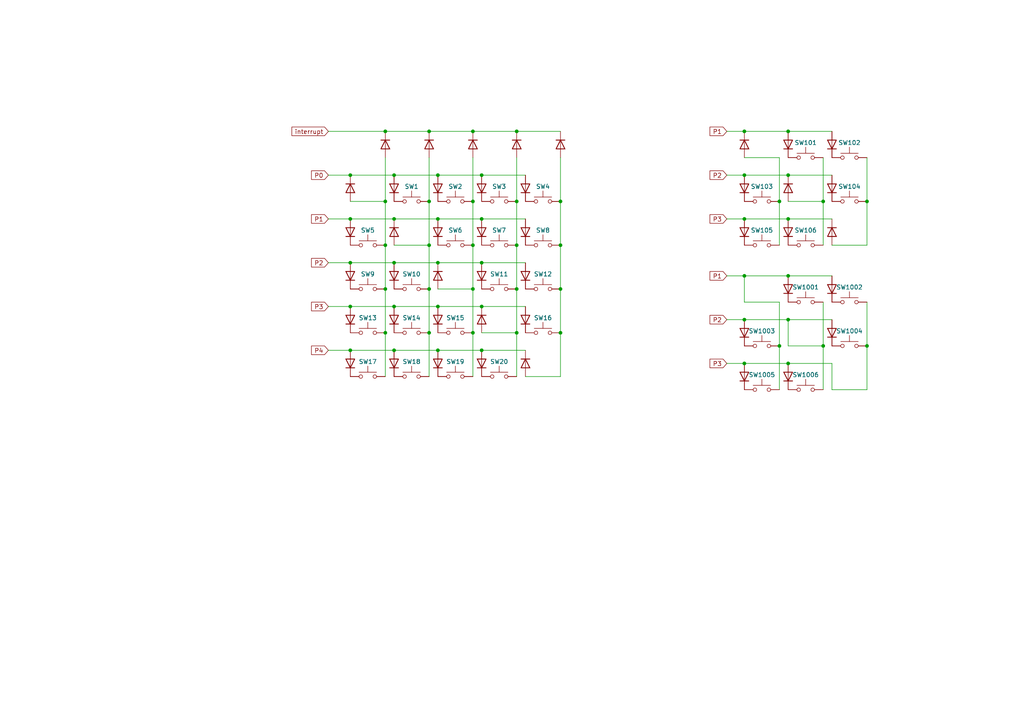
<source format=kicad_sch>
(kicad_sch (version 20250114) (generator "eeschema") (generator_version "9.0")
  (paper "A4")
  (lib_symbols
    (symbol "Device:D" (pin_numbers (hide yes)) (pin_names (offset 1.016) (hide yes))
      (property "Reference" "D" (at 0 2.54 0))
      (property "Value" "D" (at 0 -2.54 0))
      (symbol "D_0_1"
        (polyline (pts (xy -1.27 1.27) (xy -1.27 -1.27)) (stroke (width 0.254)))
        (polyline (pts (xy 1.27 1.27) (xy 1.27 -1.27) (xy -1.27 0) (xy 1.27 1.27)) (stroke (width 0.254)))
        (polyline (pts (xy 1.27 0) (xy -1.27 0)))
      )
      (symbol "D_1_1"
        (pin passive line (at -3.81 0 0) (length 2.54) (name "K") (number "1"))
        (pin passive line (at 3.81 0 180) (length 2.54) (name "A") (number "2"))
      )
    )
    (symbol "Switch:SW_Push" (pin_numbers (hide yes)) (pin_names (offset 1.016) (hide yes))
      (property "Reference" "SW" (at 1.27 2.54 0))
      (property "Value" "SW_Push" (at 0 -1.524 0))
      (symbol "SW_Push_0_1"
        (circle (center -2.032 0) (radius 0.508))
        (polyline (pts (xy 0 1.27) (xy 0 3.048)))
        (circle (center 2.032 0) (radius 0.508))
        (polyline (pts (xy 2.54 1.27) (xy -2.54 1.27)))
        (pin passive line (at -5.08 0 0) (length 2.54) (name "1") (number "1"))
        (pin passive line (at 5.08 0 180) (length 2.54) (name "2") (number "2"))
      )
    )
  )
  (junction (at 149.86 38.1))
  (junction (at 139.7 63.5))
  (junction (at 238.76 58.42))
  (junction (at 215.9 105.41))
  (junction (at 228.6 92.71))
  (junction (at 124.46 71.12))
  (junction (at 137.16 71.12))
  (junction (at 124.46 38.1))
  (junction (at 251.46 100.33))
  (junction (at 228.6 63.5))
  (junction (at 215.9 50.8))
  (junction (at 162.56 58.42))
  (junction (at 149.86 83.82))
  (junction (at 114.3 63.5))
  (junction (at 124.46 83.82))
  (junction (at 137.16 83.82))
  (junction (at 139.7 76.2))
  (junction (at 238.76 100.33))
  (junction (at 149.86 71.12))
  (junction (at 111.76 71.12))
  (junction (at 127 63.5))
  (junction (at 139.7 50.8))
  (junction (at 101.6 63.5))
  (junction (at 111.76 83.82))
  (junction (at 101.6 101.6))
  (junction (at 228.6 50.8))
  (junction (at 114.3 76.2))
  (junction (at 124.46 58.42))
  (junction (at 162.56 71.12))
  (junction (at 101.6 50.8))
  (junction (at 139.7 101.6))
  (junction (at 215.9 38.1))
  (junction (at 111.76 96.52))
  (junction (at 111.76 58.42))
  (junction (at 251.46 58.42))
  (junction (at 215.9 80.01))
  (junction (at 137.16 58.42))
  (junction (at 226.06 58.42))
  (junction (at 226.06 100.33))
  (junction (at 101.6 88.9))
  (junction (at 127 50.8))
  (junction (at 114.3 101.6))
  (junction (at 139.7 88.9))
  (junction (at 137.16 96.52))
  (junction (at 127 101.6))
  (junction (at 124.46 96.52))
  (junction (at 127 88.9))
  (junction (at 137.16 38.1))
  (junction (at 215.9 92.71))
  (junction (at 215.9 63.5))
  (junction (at 162.56 83.82))
  (junction (at 114.3 88.9))
  (junction (at 101.6 76.2))
  (junction (at 127 76.2))
  (junction (at 228.6 80.01))
  (junction (at 149.86 96.52))
  (junction (at 111.76 38.1))
  (junction (at 162.56 96.52))
  (junction (at 228.6 38.1))
  (junction (at 114.3 50.8))
  (junction (at 228.6 105.41))
  (junction (at 149.86 58.42))
  (wire (pts (xy 238.76 100.33) (xy 238.76 113.03)))
  (wire (pts (xy 114.3 76.2) (xy 127 76.2)))
  (wire (pts (xy 114.3 71.12) (xy 124.46 71.12)))
  (wire (pts (xy 210.82 50.8) (xy 215.9 50.8)))
  (wire (pts (xy 228.6 105.41) (xy 241.3 105.41)))
  (wire (pts (xy 251.46 45.72) (xy 251.46 58.42)))
  (wire (pts (xy 139.7 96.52) (xy 149.86 96.52)))
  (wire (pts (xy 215.9 80.01) (xy 215.9 87.63)))
  (wire (pts (xy 101.6 63.5) (xy 114.3 63.5)))
  (wire (pts (xy 95.25 88.9) (xy 101.6 88.9)))
  (wire (pts (xy 238.76 100.33) (xy 238.76 87.63)))
  (wire (pts (xy 228.6 80.01) (xy 241.3 80.01)))
  (wire (pts (xy 101.6 76.2) (xy 114.3 76.2)))
  (wire (pts (xy 139.7 63.5) (xy 152.4 63.5)))
  (wire (pts (xy 137.16 45.72) (xy 137.16 58.42)))
  (wire (pts (xy 226.06 113.03) (xy 226.06 100.33)))
  (wire (pts (xy 127 101.6) (xy 139.7 101.6)))
  (wire (pts (xy 137.16 71.12) (xy 137.16 58.42)))
  (wire (pts (xy 251.46 100.33) (xy 251.46 113.03)))
  (wire (pts (xy 162.56 109.22) (xy 162.56 96.52)))
  (wire (pts (xy 149.86 45.72) (xy 149.86 58.42)))
  (wire (pts (xy 226.06 58.42) (xy 226.06 71.12)))
  (wire (pts (xy 215.9 105.41) (xy 228.6 105.41)))
  (wire (pts (xy 210.82 92.71) (xy 215.9 92.71)))
  (wire (pts (xy 127 88.9) (xy 139.7 88.9)))
  (wire (pts (xy 111.76 58.42) (xy 111.76 71.12)))
  (wire (pts (xy 127 63.5) (xy 139.7 63.5)))
  (wire (pts (xy 95.25 63.5) (xy 101.6 63.5)))
  (wire (pts (xy 228.6 92.71) (xy 228.6 100.33)))
  (wire (pts (xy 149.86 71.12) (xy 149.86 58.42)))
  (wire (pts (xy 101.6 88.9) (xy 114.3 88.9)))
  (wire (pts (xy 127 50.8) (xy 139.7 50.8)))
  (wire (pts (xy 95.25 50.8) (xy 101.6 50.8)))
  (wire (pts (xy 228.6 63.5) (xy 241.3 63.5)))
  (wire (pts (xy 215.9 50.8) (xy 228.6 50.8)))
  (wire (pts (xy 149.86 38.1) (xy 162.56 38.1)))
  (wire (pts (xy 162.56 83.82) (xy 162.56 71.12)))
  (wire (pts (xy 226.06 100.33) (xy 226.06 87.63)))
  (wire (pts (xy 215.9 92.71) (xy 228.6 92.71)))
  (wire (pts (xy 228.6 58.42) (xy 238.76 58.42)))
  (wire (pts (xy 162.56 96.52) (xy 162.56 83.82)))
  (wire (pts (xy 137.16 38.1) (xy 149.86 38.1)))
  (wire (pts (xy 139.7 101.6) (xy 152.4 101.6)))
  (wire (pts (xy 149.86 83.82) (xy 149.86 96.52)))
  (wire (pts (xy 111.76 71.12) (xy 111.76 83.82)))
  (wire (pts (xy 95.25 101.6) (xy 101.6 101.6)))
  (wire (pts (xy 210.82 63.5) (xy 215.9 63.5)))
  (wire (pts (xy 111.76 38.1) (xy 124.46 38.1)))
  (wire (pts (xy 228.6 50.8) (xy 241.3 50.8)))
  (wire (pts (xy 124.46 109.22) (xy 124.46 96.52)))
  (wire (pts (xy 137.16 109.22) (xy 137.16 96.52)))
  (wire (pts (xy 101.6 58.42) (xy 111.76 58.42)))
  (wire (pts (xy 139.7 76.2) (xy 152.4 76.2)))
  (wire (pts (xy 238.76 58.42) (xy 238.76 71.12)))
  (wire (pts (xy 228.6 38.1) (xy 241.3 38.1)))
  (wire (pts (xy 124.46 96.52) (xy 124.46 83.82)))
  (wire (pts (xy 210.82 105.41) (xy 215.9 105.41)))
  (wire (pts (xy 95.25 76.2) (xy 101.6 76.2)))
  (wire (pts (xy 241.3 113.03) (xy 251.46 113.03)))
  (wire (pts (xy 114.3 88.9) (xy 127 88.9)))
  (wire (pts (xy 251.46 58.42) (xy 251.46 71.12)))
  (wire (pts (xy 95.25 38.1) (xy 111.76 38.1)))
  (wire (pts (xy 137.16 71.12) (xy 137.16 83.82)))
  (wire (pts (xy 114.3 50.8) (xy 127 50.8)))
  (wire (pts (xy 215.9 38.1) (xy 228.6 38.1)))
  (wire (pts (xy 127 83.82) (xy 137.16 83.82)))
  (wire (pts (xy 124.46 58.42) (xy 124.46 71.12)))
  (wire (pts (xy 215.9 45.72) (xy 226.06 45.72)))
  (wire (pts (xy 127 76.2) (xy 139.7 76.2)))
  (wire (pts (xy 215.9 80.01) (xy 228.6 80.01)))
  (wire (pts (xy 124.46 38.1) (xy 137.16 38.1)))
  (wire (pts (xy 228.6 100.33) (xy 238.76 100.33)))
  (wire (pts (xy 228.6 92.71) (xy 241.3 92.71)))
  (wire (pts (xy 162.56 58.42) (xy 162.56 45.72)))
  (wire (pts (xy 111.76 83.82) (xy 111.76 96.52)))
  (wire (pts (xy 226.06 87.63) (xy 215.9 87.63)))
  (wire (pts (xy 137.16 83.82) (xy 137.16 96.52)))
  (wire (pts (xy 111.76 45.72) (xy 111.76 58.42)))
  (wire (pts (xy 114.3 63.5) (xy 127 63.5)))
  (wire (pts (xy 101.6 50.8) (xy 114.3 50.8)))
  (wire (pts (xy 152.4 109.22) (xy 162.56 109.22)))
  (wire (pts (xy 139.7 88.9) (xy 152.4 88.9)))
  (wire (pts (xy 101.6 101.6) (xy 114.3 101.6)))
  (wire (pts (xy 215.9 63.5) (xy 228.6 63.5)))
  (wire (pts (xy 241.3 105.41) (xy 241.3 113.03)))
  (wire (pts (xy 139.7 50.8) (xy 152.4 50.8)))
  (wire (pts (xy 241.3 71.12) (xy 251.46 71.12)))
  (wire (pts (xy 149.86 83.82) (xy 149.86 71.12)))
  (wire (pts (xy 162.56 71.12) (xy 162.56 58.42)))
  (wire (pts (xy 124.46 71.12) (xy 124.46 83.82)))
  (wire (pts (xy 149.86 96.52) (xy 149.86 109.22)))
  (wire (pts (xy 124.46 45.72) (xy 124.46 58.42)))
  (wire (pts (xy 111.76 96.52) (xy 111.76 109.22)))
  (wire (pts (xy 238.76 45.72) (xy 238.76 58.42)))
  (wire (pts (xy 226.06 45.72) (xy 226.06 58.42)))
  (wire (pts (xy 210.82 80.01) (xy 215.9 80.01)))
  (wire (pts (xy 251.46 100.33) (xy 251.46 87.63)))
  (wire (pts (xy 210.82 38.1) (xy 215.9 38.1)))
  (wire (pts (xy 114.3 101.6) (xy 127 101.6)))
  (global_label "P3" (shape input) (at 95.25 88.9 180) (property "Intersheetrefs" "${INTERSHEET_REFS}" (effects (hide yes))))
  (global_label "interrupt" (shape input) (at 95.25 38.1 180) (property "Intersheetrefs" "${INTERSHEET_REFS}" (effects (hide yes))))
  (global_label "P3" (shape input) (at 210.82 63.5 180) (property "Intersheetrefs" "${INTERSHEET_REFS}" (effects (hide yes))))
  (global_label "P4" (shape input) (at 95.25 101.6 180) (property "Intersheetrefs" "${INTERSHEET_REFS}" (effects (hide yes))))
  (global_label "P1" (shape input) (at 95.25 63.5 180) (property "Intersheetrefs" "${INTERSHEET_REFS}" (effects (hide yes))))
  (global_label "P0" (shape input) (at 95.25 50.8 180) (property "Intersheetrefs" "${INTERSHEET_REFS}" (effects (hide yes))))
  (global_label "P1" (shape input) (at 210.82 38.1 180) (property "Intersheetrefs" "${INTERSHEET_REFS}" (effects (hide yes))))
  (global_label "P2" (shape input) (at 210.82 50.8 180) (property "Intersheetrefs" "${INTERSHEET_REFS}" (effects (hide yes))))
  (global_label "P1" (shape input) (at 210.82 80.01 180) (property "Intersheetrefs" "${INTERSHEET_REFS}" (effects (hide yes))))
  (global_label "P2" (shape input) (at 95.25 76.2 180) (property "Intersheetrefs" "${INTERSHEET_REFS}" (effects (hide yes))))
  (global_label "P2" (shape input) (at 210.82 92.71 180) (property "Intersheetrefs" "${INTERSHEET_REFS}" (effects (hide yes))))
  (global_label "P3" (shape input) (at 210.82 105.41 180) (property "Intersheetrefs" "${INTERSHEET_REFS}" (effects (hide yes))))
  (symbol (lib_id "Switch:SW_Push") (at 157.48 83.82 0) (unit 1)
    (property "Reference" "SW12" (at 157.48 79.502 0))
    (property "Value" "CherryMX" (effects (hide yes)))
    (property "Description" "Push button switch, generic, two pins" (effects (hide yes)))
  )
  (symbol (lib_id "Switch:SW_Push") (at 246.38 58.42 0) (unit 1)
    (property "Reference" "SW104" (at 246.38 54.102 0))
    (property "Value" "CherryMX" (effects (hide yes)))
    (property "Description" "Push button switch, generic, two pins" (effects (hide yes)))
  )
  (symbol (lib_id "Switch:SW_Push") (at 233.68 45.72 0) (unit 1)
    (property "Reference" "SW101" (at 233.68 41.402 0))
    (property "Value" "CherryMX" (effects (hide yes)))
    (property "Description" "Push button switch, generic, two pins" (effects (hide yes)))
  )
  (symbol (lib_id "Switch:SW_Push") (at 246.38 45.72 0) (unit 1)
    (property "Reference" "SW102" (at 246.38 41.402 0))
    (property "Value" "CherryMX" (effects (hide yes)))
    (property "Description" "Push button switch, generic, two pins" (effects (hide yes)))
  )
  (symbol (lib_id "Device:D") (at 139.7 54.61 90) (unit 1)
    (property "Reference" "D9" (effects (hide yes)))
    (property "Value" "D" (effects (hide yes)))
    (property "Description" "Diode" (effects (hide yes)))
    (property "Sim.Device" "D" (effects (hide yes)))
    (property "Sim.Pins" "1=K 2=A" (effects (hide yes)))
  )
  (symbol (lib_id "Device:D") (at 101.6 54.61 270) (unit 1)
    (property "Reference" "D6" (effects (hide yes)))
    (property "Value" "D" (effects (hide yes)))
    (property "Description" "Diode" (effects (hide yes)))
    (property "Sim.Device" "D" (effects (hide yes)))
    (property "Sim.Pins" "1=K 2=A" (effects (hide yes)))
  )
  (symbol (lib_id "Device:D") (at 241.3 67.31 270) (unit 1)
    (property "Reference" "D109" (effects (hide yes)))
    (property "Value" "D" (effects (hide yes)))
    (property "Description" "Diode" (effects (hide yes)))
    (property "Sim.Device" "D" (effects (hide yes)))
    (property "Sim.Pins" "1=K 2=A" (effects (hide yes)))
  )
  (symbol (lib_id "Switch:SW_Push") (at 119.38 58.42 0) (unit 1)
    (property "Reference" "SW1" (at 119.38 54.102 0))
    (property "Value" "CherryMX" (effects (hide yes)))
    (property "Description" "Push button switch, generic, two pins" (effects (hide yes)))
  )
  (symbol (lib_id "Switch:SW_Push") (at 144.78 83.82 0) (unit 1)
    (property "Reference" "SW11" (at 144.78 79.502 0))
    (property "Value" "CherryMX" (effects (hide yes)))
    (property "Description" "Push button switch, generic, two pins" (effects (hide yes)))
  )
  (symbol (lib_id "Device:D") (at 111.76 41.91 270) (unit 1)
    (property "Reference" "D1" (effects (hide yes)))
    (property "Value" "D" (effects (hide yes)))
    (property "Description" "Diode" (effects (hide yes)))
    (property "Sim.Device" "D" (effects (hide yes)))
    (property "Sim.Pins" "1=K 2=A" (effects (hide yes)))
  )
  (symbol (lib_id "Switch:SW_Push") (at 144.78 58.42 0) (unit 1)
    (property "Reference" "SW3" (at 144.78 54.102 0))
    (property "Value" "CherryMX" (effects (hide yes)))
    (property "Description" "Push button switch, generic, two pins" (effects (hide yes)))
  )
  (symbol (lib_id "Switch:SW_Push") (at 246.38 87.63 0) (unit 1)
    (property "Reference" "SW1002" (at 246.38 83.312 0))
    (property "Value" "CherryMX" (effects (hide yes)))
    (property "Description" "Push button switch, generic, two pins" (effects (hide yes)))
  )
  (symbol (lib_id "Device:D") (at 114.3 105.41 90) (unit 1)
    (property "Reference" "D27" (effects (hide yes)))
    (property "Value" "D" (effects (hide yes)))
    (property "Description" "Diode" (effects (hide yes)))
    (property "Sim.Device" "D" (effects (hide yes)))
    (property "Sim.Pins" "1=K 2=A" (effects (hide yes)))
  )
  (symbol (lib_id "Device:D") (at 127 105.41 90) (unit 1)
    (property "Reference" "D28" (effects (hide yes)))
    (property "Value" "D" (effects (hide yes)))
    (property "Description" "Diode" (effects (hide yes)))
    (property "Sim.Device" "D" (effects (hide yes)))
    (property "Sim.Pins" "1=K 2=A" (effects (hide yes)))
  )
  (symbol (lib_id "Device:D") (at 149.86 41.91 270) (unit 1)
    (property "Reference" "D4" (effects (hide yes)))
    (property "Value" "D" (effects (hide yes)))
    (property "Description" "Diode" (effects (hide yes)))
    (property "Sim.Device" "D" (effects (hide yes)))
    (property "Sim.Pins" "1=K 2=A" (effects (hide yes)))
  )
  (symbol (lib_id "Switch:SW_Push") (at 132.08 58.42 0) (unit 1)
    (property "Reference" "SW2" (at 132.08 54.102 0))
    (property "Value" "CherryMX" (effects (hide yes)))
    (property "Description" "Push button switch, generic, two pins" (effects (hide yes)))
  )
  (symbol (lib_id "Device:D") (at 152.4 54.61 90) (unit 1)
    (property "Reference" "D10" (effects (hide yes)))
    (property "Value" "D" (effects (hide yes)))
    (property "Description" "Diode" (effects (hide yes)))
    (property "Sim.Device" "D" (effects (hide yes)))
    (property "Sim.Pins" "1=K 2=A" (effects (hide yes)))
  )
  (symbol (lib_id "Device:D") (at 137.16 41.91 270) (unit 1)
    (property "Reference" "D3" (effects (hide yes)))
    (property "Value" "D" (effects (hide yes)))
    (property "Description" "Diode" (effects (hide yes)))
    (property "Sim.Device" "D" (effects (hide yes)))
    (property "Sim.Pins" "1=K 2=A" (effects (hide yes)))
  )
  (symbol (lib_id "Switch:SW_Push") (at 106.68 96.52 0) (unit 1)
    (property "Reference" "SW13" (at 106.68 92.202 0))
    (property "Value" "CherryMX" (effects (hide yes)))
    (property "Description" "Push button switch, generic, two pins" (effects (hide yes)))
  )
  (symbol (lib_id "Switch:SW_Push") (at 220.98 58.42 0) (unit 1)
    (property "Reference" "SW103" (at 220.98 54.102 0))
    (property "Value" "CherryMX" (effects (hide yes)))
    (property "Description" "Push button switch, generic, two pins" (effects (hide yes)))
  )
  (symbol (lib_id "Device:D") (at 152.4 80.01 90) (unit 1)
    (property "Reference" "D20" (effects (hide yes)))
    (property "Value" "D" (effects (hide yes)))
    (property "Description" "Diode" (effects (hide yes)))
    (property "Sim.Device" "D" (effects (hide yes)))
    (property "Sim.Pins" "1=K 2=A" (effects (hide yes)))
  )
  (symbol (lib_id "Switch:SW_Push") (at 233.68 71.12 0) (unit 1)
    (property "Reference" "SW106" (at 233.68 66.802 0))
    (property "Value" "CherryMX" (effects (hide yes)))
    (property "Description" "Push button switch, generic, two pins" (effects (hide yes)))
  )
  (symbol (lib_id "Switch:SW_Push") (at 220.98 113.03 0) (unit 1)
    (property "Reference" "SW1005" (at 220.98 108.712 0))
    (property "Value" "CherryMX" (effects (hide yes)))
    (property "Description" "Push button switch, generic, two pins" (effects (hide yes)))
  )
  (symbol (lib_id "Device:D") (at 228.6 41.91 90) (unit 1)
    (property "Reference" "D102" (effects (hide yes)))
    (property "Value" "D" (effects (hide yes)))
    (property "Description" "Diode" (effects (hide yes)))
    (property "Sim.Device" "D" (effects (hide yes)))
    (property "Sim.Pins" "1=K 2=A" (effects (hide yes)))
  )
  (symbol (lib_id "Switch:SW_Push") (at 233.68 87.63 0) (unit 1)
    (property "Reference" "SW1001" (at 233.68 83.312 0))
    (property "Value" "CherryMX" (effects (hide yes)))
    (property "Description" "Push button switch, generic, two pins" (effects (hide yes)))
  )
  (symbol (lib_id "Device:D") (at 114.3 92.71 90) (unit 1)
    (property "Reference" "D22" (effects (hide yes)))
    (property "Value" "D" (effects (hide yes)))
    (property "Description" "Diode" (effects (hide yes)))
    (property "Sim.Device" "D" (effects (hide yes)))
    (property "Sim.Pins" "1=K 2=A" (effects (hide yes)))
  )
  (symbol (lib_id "Switch:SW_Push") (at 157.48 71.12 0) (unit 1)
    (property "Reference" "SW8" (at 157.48 66.802 0))
    (property "Value" "CherryMX" (effects (hide yes)))
    (property "Description" "Push button switch, generic, two pins" (effects (hide yes)))
  )
  (symbol (lib_id "Device:D") (at 241.3 54.61 90) (unit 1)
    (property "Reference" "D106" (effects (hide yes)))
    (property "Value" "D" (effects (hide yes)))
    (property "Description" "Diode" (effects (hide yes)))
    (property "Sim.Device" "D" (effects (hide yes)))
    (property "Sim.Pins" "1=K 2=A" (effects (hide yes)))
  )
  (symbol (lib_id "Device:D") (at 101.6 67.31 90) (unit 1)
    (property "Reference" "D11" (effects (hide yes)))
    (property "Value" "D" (effects (hide yes)))
    (property "Description" "Diode" (effects (hide yes)))
    (property "Sim.Device" "D" (effects (hide yes)))
    (property "Sim.Pins" "1=K 2=A" (effects (hide yes)))
  )
  (symbol (lib_id "Device:D") (at 162.56 41.91 270) (unit 1)
    (property "Reference" "D5" (effects (hide yes)))
    (property "Value" "D" (effects (hide yes)))
    (property "Description" "Diode" (effects (hide yes)))
    (property "Sim.Device" "D" (effects (hide yes)))
    (property "Sim.Pins" "1=K 2=A" (effects (hide yes)))
  )
  (symbol (lib_id "Switch:SW_Push") (at 157.48 58.42 0) (unit 1)
    (property "Reference" "SW4" (at 157.48 54.102 0))
    (property "Value" "CherryMX" (effects (hide yes)))
    (property "Description" "Push button switch, generic, two pins" (effects (hide yes)))
  )
  (symbol (lib_id "Device:D") (at 152.4 67.31 90) (unit 1)
    (property "Reference" "D15" (effects (hide yes)))
    (property "Value" "D" (effects (hide yes)))
    (property "Description" "Diode" (effects (hide yes)))
    (property "Sim.Device" "D" (effects (hide yes)))
    (property "Sim.Pins" "1=K 2=A" (effects (hide yes)))
  )
  (symbol (lib_id "Device:D") (at 139.7 92.71 270) (unit 1)
    (property "Reference" "D24" (effects (hide yes)))
    (property "Value" "D" (effects (hide yes)))
    (property "Description" "Diode" (effects (hide yes)))
    (property "Sim.Device" "D" (effects (hide yes)))
    (property "Sim.Pins" "1=K 2=A" (effects (hide yes)))
  )
  (symbol (lib_id "Switch:SW_Push") (at 220.98 71.12 0) (unit 1)
    (property "Reference" "SW105" (at 220.98 66.802 0))
    (property "Value" "CherryMX" (effects (hide yes)))
    (property "Description" "Push button switch, generic, two pins" (effects (hide yes)))
  )
  (symbol (lib_id "Device:D") (at 127 67.31 90) (unit 1)
    (property "Reference" "D13" (effects (hide yes)))
    (property "Value" "D" (effects (hide yes)))
    (property "Description" "Diode" (effects (hide yes)))
    (property "Sim.Device" "D" (effects (hide yes)))
    (property "Sim.Pins" "1=K 2=A" (effects (hide yes)))
  )
  (symbol (lib_id "Device:D") (at 241.3 41.91 90) (unit 1)
    (property "Reference" "D103" (effects (hide yes)))
    (property "Value" "D" (effects (hide yes)))
    (property "Description" "Diode" (effects (hide yes)))
    (property "Sim.Device" "D" (effects (hide yes)))
    (property "Sim.Pins" "1=K 2=A" (effects (hide yes)))
  )
  (symbol (lib_id "Device:D") (at 139.7 80.01 90) (unit 1)
    (property "Reference" "D19" (effects (hide yes)))
    (property "Value" "D" (effects (hide yes)))
    (property "Description" "Diode" (effects (hide yes)))
    (property "Sim.Device" "D" (effects (hide yes)))
    (property "Sim.Pins" "1=K 2=A" (effects (hide yes)))
  )
  (symbol (lib_id "Device:D") (at 228.6 67.31 90) (unit 1)
    (property "Reference" "D108" (effects (hide yes)))
    (property "Value" "D" (effects (hide yes)))
    (property "Description" "Diode" (effects (hide yes)))
    (property "Sim.Device" "D" (effects (hide yes)))
    (property "Sim.Pins" "1=K 2=A" (effects (hide yes)))
  )
  (symbol (lib_id "Device:D") (at 228.6 54.61 270) (unit 1)
    (property "Reference" "D105" (effects (hide yes)))
    (property "Value" "D" (effects (hide yes)))
    (property "Description" "Diode" (effects (hide yes)))
    (property "Sim.Device" "D" (effects (hide yes)))
    (property "Sim.Pins" "1=K 2=A" (effects (hide yes)))
  )
  (symbol (lib_id "Switch:SW_Push") (at 157.48 96.52 0) (unit 1)
    (property "Reference" "SW16" (at 157.48 92.202 0))
    (property "Value" "CherryMX" (effects (hide yes)))
    (property "Description" "Push button switch, generic, two pins" (effects (hide yes)))
  )
  (symbol (lib_id "Device:D") (at 101.6 105.41 90) (unit 1)
    (property "Reference" "D26" (effects (hide yes)))
    (property "Value" "D" (effects (hide yes)))
    (property "Description" "Diode" (effects (hide yes)))
    (property "Sim.Device" "D" (effects (hide yes)))
    (property "Sim.Pins" "1=K 2=A" (effects (hide yes)))
  )
  (symbol (lib_id "Device:D") (at 114.3 54.61 90) (unit 1)
    (property "Reference" "D7" (effects (hide yes)))
    (property "Value" "D" (effects (hide yes)))
    (property "Description" "Diode" (effects (hide yes)))
    (property "Sim.Device" "D" (effects (hide yes)))
    (property "Sim.Pins" "1=K 2=A" (effects (hide yes)))
  )
  (symbol (lib_id "Switch:SW_Push") (at 132.08 109.22 0) (unit 1)
    (property "Reference" "SW19" (at 132.08 104.902 0))
    (property "Value" "CherryMX" (effects (hide yes)))
    (property "Description" "Push button switch, generic, two pins" (effects (hide yes)))
  )
  (symbol (lib_id "Device:D") (at 215.9 109.22 90) (unit 1)
    (property "Reference" "D1005" (effects (hide yes)))
    (property "Value" "D" (effects (hide yes)))
    (property "Description" "Diode" (effects (hide yes)))
    (property "Sim.Device" "D" (effects (hide yes)))
    (property "Sim.Pins" "1=K 2=A" (effects (hide yes)))
  )
  (symbol (lib_id "Device:D") (at 215.9 96.52 90) (unit 1)
    (property "Reference" "D1003" (effects (hide yes)))
    (property "Value" "D" (effects (hide yes)))
    (property "Description" "Diode" (effects (hide yes)))
    (property "Sim.Device" "D" (effects (hide yes)))
    (property "Sim.Pins" "1=K 2=A" (effects (hide yes)))
  )
  (symbol (lib_id "Device:D") (at 101.6 92.71 90) (unit 1)
    (property "Reference" "D21" (effects (hide yes)))
    (property "Value" "D" (effects (hide yes)))
    (property "Description" "Diode" (effects (hide yes)))
    (property "Sim.Device" "D" (effects (hide yes)))
    (property "Sim.Pins" "1=K 2=A" (effects (hide yes)))
  )
  (symbol (lib_id "Device:D") (at 228.6 109.22 90) (unit 1)
    (property "Reference" "D1006" (effects (hide yes)))
    (property "Value" "D" (effects (hide yes)))
    (property "Description" "Diode" (effects (hide yes)))
    (property "Sim.Device" "D" (effects (hide yes)))
    (property "Sim.Pins" "1=K 2=A" (effects (hide yes)))
  )
  (symbol (lib_id "Device:D") (at 152.4 92.71 90) (unit 1)
    (property "Reference" "D25" (effects (hide yes)))
    (property "Value" "D" (effects (hide yes)))
    (property "Description" "Diode" (effects (hide yes)))
    (property "Sim.Device" "D" (effects (hide yes)))
    (property "Sim.Pins" "1=K 2=A" (effects (hide yes)))
  )
  (symbol (lib_id "Switch:SW_Push") (at 106.68 71.12 0) (unit 1)
    (property "Reference" "SW5" (at 106.68 66.802 0))
    (property "Value" "CherryMX" (effects (hide yes)))
    (property "Description" "Push button switch, generic, two pins" (effects (hide yes)))
  )
  (symbol (lib_id "Switch:SW_Push") (at 220.98 100.33 0) (unit 1)
    (property "Reference" "SW1003" (at 220.98 96.012 0))
    (property "Value" "CherryMX" (effects (hide yes)))
    (property "Description" "Push button switch, generic, two pins" (effects (hide yes)))
  )
  (symbol (lib_id "Switch:SW_Push") (at 119.38 96.52 0) (unit 1)
    (property "Reference" "SW14" (at 119.38 92.202 0))
    (property "Value" "CherryMX" (effects (hide yes)))
    (property "Description" "Push button switch, generic, two pins" (effects (hide yes)))
  )
  (symbol (lib_id "Device:D") (at 114.3 80.01 90) (unit 1)
    (property "Reference" "D17" (effects (hide yes)))
    (property "Value" "D" (effects (hide yes)))
    (property "Description" "Diode" (effects (hide yes)))
    (property "Sim.Device" "D" (effects (hide yes)))
    (property "Sim.Pins" "1=K 2=A" (effects (hide yes)))
  )
  (symbol (lib_id "Switch:SW_Push") (at 132.08 96.52 0) (unit 1)
    (property "Reference" "SW15" (at 132.08 92.202 0))
    (property "Value" "CherryMX" (effects (hide yes)))
    (property "Description" "Push button switch, generic, two pins" (effects (hide yes)))
  )
  (symbol (lib_id "Device:D") (at 241.3 83.82 90) (unit 1)
    (property "Reference" "D1002" (effects (hide yes)))
    (property "Value" "D" (effects (hide yes)))
    (property "Description" "Diode" (effects (hide yes)))
    (property "Sim.Device" "D" (effects (hide yes)))
    (property "Sim.Pins" "1=K 2=A" (effects (hide yes)))
  )
  (symbol (lib_id "Device:D") (at 215.9 41.91 270) (unit 1)
    (property "Reference" "D101" (effects (hide yes)))
    (property "Value" "D" (effects (hide yes)))
    (property "Description" "Diode" (effects (hide yes)))
    (property "Sim.Device" "D" (effects (hide yes)))
    (property "Sim.Pins" "1=K 2=A" (effects (hide yes)))
  )
  (symbol (lib_id "Switch:SW_Push") (at 144.78 71.12 0) (unit 1)
    (property "Reference" "SW7" (at 144.78 66.802 0))
    (property "Value" "CherryMX" (effects (hide yes)))
    (property "Description" "Push button switch, generic, two pins" (effects (hide yes)))
  )
  (symbol (lib_id "Device:D") (at 127 80.01 270) (unit 1)
    (property "Reference" "D18" (effects (hide yes)))
    (property "Value" "D" (effects (hide yes)))
    (property "Description" "Diode" (effects (hide yes)))
    (property "Sim.Device" "D" (effects (hide yes)))
    (property "Sim.Pins" "1=K 2=A" (effects (hide yes)))
  )
  (symbol (lib_id "Switch:SW_Push") (at 119.38 83.82 0) (unit 1)
    (property "Reference" "SW10" (at 119.38 79.502 0))
    (property "Value" "CherryMX" (effects (hide yes)))
    (property "Description" "Push button switch, generic, two pins" (effects (hide yes)))
  )
  (symbol (lib_id "Device:D") (at 215.9 54.61 90) (unit 1)
    (property "Reference" "D104" (effects (hide yes)))
    (property "Value" "D" (effects (hide yes)))
    (property "Description" "Diode" (effects (hide yes)))
    (property "Sim.Device" "D" (effects (hide yes)))
    (property "Sim.Pins" "1=K 2=A" (effects (hide yes)))
  )
  (symbol (lib_id "Device:D") (at 241.3 96.52 90) (unit 1)
    (property "Reference" "D1004" (effects (hide yes)))
    (property "Value" "D" (effects (hide yes)))
    (property "Description" "Diode" (effects (hide yes)))
    (property "Sim.Device" "D" (effects (hide yes)))
    (property "Sim.Pins" "1=K 2=A" (effects (hide yes)))
  )
  (symbol (lib_id "Device:D") (at 124.46 41.91 270) (unit 1)
    (property "Reference" "D2" (effects (hide yes)))
    (property "Value" "D" (effects (hide yes)))
    (property "Description" "Diode" (effects (hide yes)))
    (property "Sim.Device" "D" (effects (hide yes)))
    (property "Sim.Pins" "1=K 2=A" (effects (hide yes)))
  )
  (symbol (lib_id "Device:D") (at 139.7 67.31 90) (unit 1)
    (property "Reference" "D14" (effects (hide yes)))
    (property "Value" "D" (effects (hide yes)))
    (property "Description" "Diode" (effects (hide yes)))
    (property "Sim.Device" "D" (effects (hide yes)))
    (property "Sim.Pins" "1=K 2=A" (effects (hide yes)))
  )
  (symbol (lib_id "Device:D") (at 228.6 83.82 90) (unit 1)
    (property "Reference" "D1001" (effects (hide yes)))
    (property "Value" "D" (effects (hide yes)))
    (property "Description" "Diode" (effects (hide yes)))
    (property "Sim.Device" "D" (effects (hide yes)))
    (property "Sim.Pins" "1=K 2=A" (effects (hide yes)))
  )
  (symbol (lib_id "Device:D") (at 139.7 105.41 90) (unit 1)
    (property "Reference" "D29" (effects (hide yes)))
    (property "Value" "D" (effects (hide yes)))
    (property "Description" "Diode" (effects (hide yes)))
    (property "Sim.Device" "D" (effects (hide yes)))
    (property "Sim.Pins" "1=K 2=A" (effects (hide yes)))
  )
  (symbol (lib_id "Device:D") (at 101.6 80.01 90) (unit 1)
    (property "Reference" "D16" (effects (hide yes)))
    (property "Value" "D" (effects (hide yes)))
    (property "Description" "Diode" (effects (hide yes)))
    (property "Sim.Device" "D" (effects (hide yes)))
    (property "Sim.Pins" "1=K 2=A" (effects (hide yes)))
  )
  (symbol (lib_id "Switch:SW_Push") (at 246.38 100.33 0) (unit 1)
    (property "Reference" "SW1004" (at 246.38 96.012 0))
    (property "Value" "CherryMX" (effects (hide yes)))
    (property "Description" "Push button switch, generic, two pins" (effects (hide yes)))
  )
  (symbol (lib_id "Device:D") (at 127 54.61 90) (unit 1)
    (property "Reference" "D8" (effects (hide yes)))
    (property "Value" "D" (effects (hide yes)))
    (property "Description" "Diode" (effects (hide yes)))
    (property "Sim.Device" "D" (effects (hide yes)))
    (property "Sim.Pins" "1=K 2=A" (effects (hide yes)))
  )
  (symbol (lib_id "Device:D") (at 152.4 105.41 270) (unit 1)
    (property "Reference" "D30" (effects (hide yes)))
    (property "Value" "D" (effects (hide yes)))
    (property "Description" "Diode" (effects (hide yes)))
    (property "Sim.Device" "D" (effects (hide yes)))
    (property "Sim.Pins" "1=K 2=A" (effects (hide yes)))
  )
  (symbol (lib_id "Device:D") (at 114.3 67.31 270) (unit 1)
    (property "Reference" "D12" (effects (hide yes)))
    (property "Value" "D" (effects (hide yes)))
    (property "Description" "Diode" (effects (hide yes)))
    (property "Sim.Device" "D" (effects (hide yes)))
    (property "Sim.Pins" "1=K 2=A" (effects (hide yes)))
  )
  (symbol (lib_id "Device:D") (at 127 92.71 90) (unit 1)
    (property "Reference" "D23" (effects (hide yes)))
    (property "Value" "D" (effects (hide yes)))
    (property "Description" "Diode" (effects (hide yes)))
    (property "Sim.Device" "D" (effects (hide yes)))
    (property "Sim.Pins" "1=K 2=A" (effects (hide yes)))
  )
  (symbol (lib_id "Switch:SW_Push") (at 233.68 113.03 0) (unit 1)
    (property "Reference" "SW1006" (at 233.68 108.712 0))
    (property "Value" "CherryMX" (effects (hide yes)))
    (property "Description" "Push button switch, generic, two pins" (effects (hide yes)))
  )
  (symbol (lib_id "Switch:SW_Push") (at 106.68 109.22 0) (unit 1)
    (property "Reference" "SW17" (at 106.68 104.902 0))
    (property "Value" "CherryMX" (effects (hide yes)))
    (property "Description" "Push button switch, generic, two pins" (effects (hide yes)))
  )
  (symbol (lib_id "Switch:SW_Push") (at 132.08 71.12 0) (unit 1)
    (property "Reference" "SW6" (at 132.08 66.802 0))
    (property "Value" "CherryMX" (effects (hide yes)))
    (property "Description" "Push button switch, generic, two pins" (effects (hide yes)))
  )
  (symbol (lib_id "Switch:SW_Push") (at 119.38 109.22 0) (unit 1)
    (property "Reference" "SW18" (at 119.38 104.902 0))
    (property "Value" "CherryMX" (effects (hide yes)))
    (property "Description" "Push button switch, generic, two pins" (effects (hide yes)))
  )
  (symbol (lib_id "Switch:SW_Push") (at 106.68 83.82 0) (unit 1)
    (property "Reference" "SW9" (at 106.68 79.502 0))
    (property "Value" "CherryMX" (effects (hide yes)))
    (property "Description" "Push button switch, generic, two pins" (effects (hide yes)))
  )
  (symbol (lib_id "Switch:SW_Push") (at 144.78 109.22 0) (unit 1)
    (property "Reference" "SW20" (at 144.78 104.902 0))
    (property "Value" "CherryMX" (effects (hide yes)))
    (property "Description" "Push button switch, generic, two pins" (effects (hide yes)))
  )
  (symbol (lib_id "Device:D") (at 215.9 67.31 90) (unit 1)
    (property "Reference" "D107" (effects (hide yes)))
    (property "Value" "D" (effects (hide yes)))
    (property "Description" "Diode" (effects (hide yes)))
    (property "Sim.Device" "D" (effects (hide yes)))
    (property "Sim.Pins" "1=K 2=A" (effects (hide yes)))
  )
)
</source>
